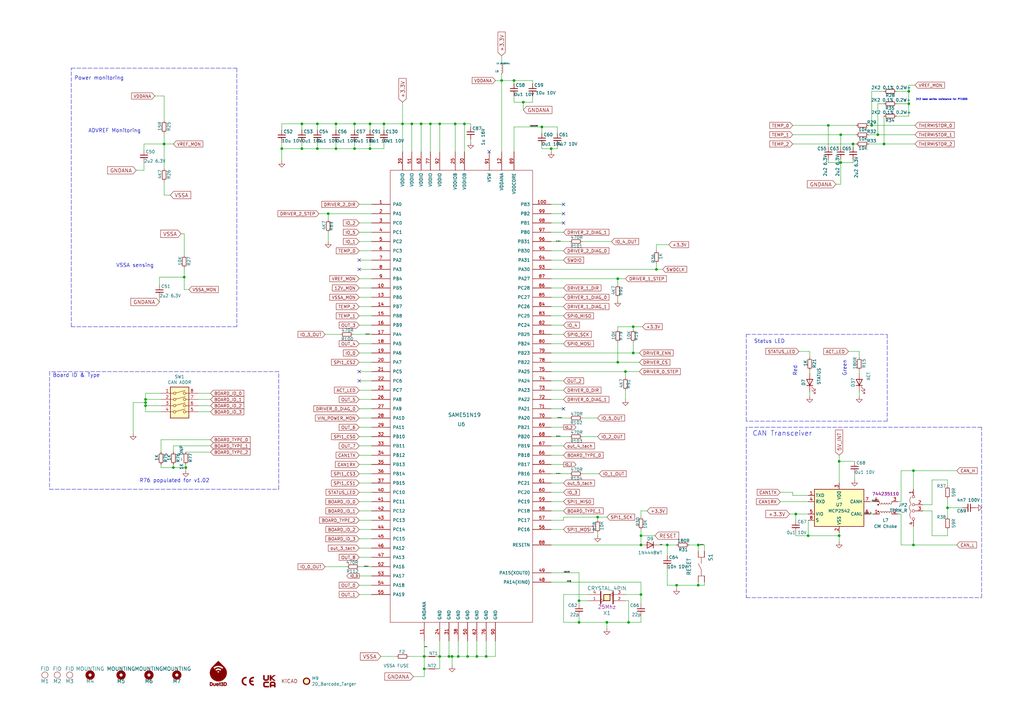
<source format=kicad_sch>
(kicad_sch (version 20211123) (generator eeschema)
  (paper "A3")
  (title_block (title "Duet 3 - Expansion 3HC") (date "2022-05-30") (rev "1.02") (company "Duet3D") (comment 1 "DUET 3 LICENSE") (comment 2 "www.duet3d.com"))
  (junction (at 199.39 269.24))
  (junction (at 151.765 50.8))
  (junction (at 123.825 50.8))
  (junction (at 137.795 50.8))
  (junction (at 176.53 50.8))
  (junction (at 210.82 33.02))
  (junction (at 151.765 60.96))
  (junction (at 214.63 41.91))
  (junction (at 360.045 55.245))
  (junction (at 253.365 148.59))
  (junction (at 59.69 163.83))
  (junction (at 344.805 55.245))
  (junction (at 180.34 50.8))
  (junction (at 184.15 269.24))
  (junction (at 137.795 60.96))
  (junction (at 362.585 59.055))
  (junction (at 269.24 110.49))
  (junction (at 339.725 51.435))
  (junction (at 186.69 50.8))
  (junction (at 187.96 269.24))
  (junction (at 253.365 114.3))
  (junction (at 168.91 50.8))
  (junction (at 76.2 191.77))
  (junction (at 248.92 255.27))
  (junction (at 388.62 208.28))
  (junction (at 145.415 60.96))
  (junction (at 185.42 269.24))
  (junction (at 222.25 52.07))
  (junction (at 226.06 60.96))
  (junction (at 273.685 223.52))
  (junction (at 71.12 191.77))
  (junction (at 344.17 189.23))
  (junction (at 372.745 37.465))
  (junction (at 67.31 59.055))
  (junction (at 344.17 219.71))
  (junction (at 374.65 223.52))
  (junction (at 262.89 223.52))
  (junction (at 286.385 223.52))
  (junction (at 172.72 50.8))
  (junction (at 259.715 133.985))
  (junction (at 130.175 60.96))
  (junction (at 190.5 50.8))
  (junction (at 75.565 113.665))
  (junction (at 191.77 269.24))
  (junction (at 237.49 255.27))
  (junction (at 344.805 66.675))
  (junction (at 205.74 33.02))
  (junction (at 245.11 212.09))
  (junction (at 372.745 42.545))
  (junction (at 130.175 50.8))
  (junction (at 257.81 255.27))
  (junction (at 237.49 246.38))
  (junction (at 326.39 210.82))
  (junction (at 59.69 166.37))
  (junction (at 173.99 269.24))
  (junction (at 59.69 165.1))
  (junction (at 262.89 243.84))
  (junction (at 357.505 51.435))
  (junction (at 374.65 193.04))
  (junction (at 145.415 50.8))
  (junction (at 180.34 269.24))
  (junction (at 195.58 269.24))
  (junction (at 173.99 274.32))
  (junction (at 331.47 219.71))
  (junction (at 262.89 219.71))
  (junction (at 277.495 240.03))
  (junction (at 165.1 50.8))
  (junction (at 349.885 59.055))
  (junction (at 157.48 50.8))
  (junction (at 123.825 60.96))
  (junction (at 286.385 240.03))
  (junction (at 256.54 152.4))
  (junction (at 134.62 87.63))
  (junction (at 115.57 60.96))
  (junction (at 259.715 144.78))
  (no_connect (at 231.14 87.63))
  (no_connect (at 147.32 106.68))
  (no_connect (at 147.32 110.49))
  (no_connect (at 231.14 91.44))
  (no_connect (at 231.14 83.82))
  (no_connect (at 231.14 167.64))
  (no_connect (at 200.66 62.23))
  (no_connect (at 147.32 156.21))
  (no_connect (at 147.32 152.4))
  (wire (pts (xy 195.58 269.24) (xy 199.39 269.24)))
  (wire (pts (xy 168.91 50.8) (xy 172.72 50.8)))
  (wire (pts (xy 86.36 161.29) (xy 81.28 161.29)))
  (wire (pts (xy 191.77 269.24) (xy 191.77 262.89)))
  (wire (pts (xy 147.32 232.41) (xy 152.4 232.41)))
  (wire (pts (xy 203.2 33.02) (xy 205.74 33.02)))
  (polyline (pts (xy 97.155 27.94) (xy 97.155 133.985)))
  (wire (pts (xy 152.4 160.02) (xy 147.32 160.02)))
  (wire (pts (xy 180.34 269.24) (xy 184.15 269.24)))
  (wire (pts (xy 147.32 83.82) (xy 152.4 83.82)))
  (wire (pts (xy 145.415 60.96) (xy 151.765 60.96)))
  (wire (pts (xy 168.91 62.23) (xy 168.91 50.8)))
  (wire (pts (xy 331.47 219.71) (xy 344.17 219.71)))
  (polyline (pts (xy 114.3 200.66) (xy 114.3 152.4)))
  (wire (pts (xy 226.06 62.23) (xy 226.06 60.96)))
  (wire (pts (xy 123.825 50.8) (xy 123.825 53.34)))
  (wire (pts (xy 59.69 163.83) (xy 59.69 165.1)))
  (wire (pts (xy 369.57 193.04) (xy 374.65 193.04)))
  (wire (pts (xy 147.32 236.22) (xy 152.4 236.22)))
  (wire (pts (xy 344.805 60.325) (xy 344.805 55.245)))
  (wire (pts (xy 59.69 168.91) (xy 59.69 166.37)))
  (wire (pts (xy 388.62 217.17) (xy 388.62 219.71)))
  (wire (pts (xy 67.31 39.37) (xy 67.31 49.53)))
  (wire (pts (xy 173.99 262.89) (xy 173.99 269.24)))
  (wire (pts (xy 145.415 50.8) (xy 137.795 50.8)))
  (wire (pts (xy 147.32 99.06) (xy 152.4 99.06)))
  (wire (pts (xy 66.04 161.29) (xy 59.69 161.29)))
  (wire (pts (xy 226.06 110.49) (xy 269.24 110.49)))
  (wire (pts (xy 356.235 55.245) (xy 360.045 55.245)))
  (wire (pts (xy 115.57 60.96) (xy 123.825 60.96)))
  (wire (pts (xy 133.35 137.16) (xy 139.7 137.16)))
  (wire (pts (xy 374.65 200.66) (xy 374.65 193.04)))
  (wire (pts (xy 356.235 51.435) (xy 357.505 51.435)))
  (wire (pts (xy 288.925 226.06) (xy 288.925 223.52)))
  (wire (pts (xy 145.415 60.96) (xy 145.415 58.42)))
  (wire (pts (xy 262.89 255.27) (xy 262.89 252.73)))
  (wire (pts (xy 269.24 107.95) (xy 269.24 110.49)))
  (wire (pts (xy 59.055 59.055) (xy 59.055 61.595)))
  (wire (pts (xy 226.06 179.07) (xy 233.68 179.07)))
  (wire (pts (xy 248.92 255.27) (xy 237.49 255.27)))
  (wire (pts (xy 369.57 223.52) (xy 374.65 223.52)))
  (wire (pts (xy 378.46 209.55) (xy 382.27 209.55)))
  (wire (pts (xy 349.885 60.325) (xy 349.885 59.055)))
  (wire (pts (xy 75.565 109.855) (xy 75.565 113.665)))
  (wire (pts (xy 342.9 75.565) (xy 344.805 75.565)))
  (wire (pts (xy 147.32 129.54) (xy 152.4 129.54)))
  (wire (pts (xy 238.76 179.07) (xy 245.11 179.07)))
  (wire (pts (xy 352.425 153.035) (xy 352.425 151.765)))
  (polyline (pts (xy 20.32 200.66) (xy 114.3 200.66)))
  (wire (pts (xy 273.685 223.52) (xy 273.685 227.965)))
  (wire (pts (xy 344.805 55.245) (xy 351.155 55.245)))
  (wire (pts (xy 186.69 50.8) (xy 186.69 62.23)))
  (wire (pts (xy 226.06 121.92) (xy 231.14 121.92)))
  (wire (pts (xy 256.54 152.4) (xy 262.255 152.4)))
  (wire (pts (xy 344.805 66.675) (xy 344.805 75.565)))
  (wire (pts (xy 86.36 166.37) (xy 81.28 166.37)))
  (wire (pts (xy 167.64 269.24) (xy 173.99 269.24)))
  (wire (pts (xy 147.32 163.83) (xy 152.4 163.83)))
  (wire (pts (xy 180.34 262.89) (xy 180.34 269.24)))
  (polyline (pts (xy 306.07 172.72) (xy 306.07 137.16)))
  (wire (pts (xy 327.66 144.145) (xy 332.105 144.145)))
  (polyline (pts (xy 29.21 27.94) (xy 97.155 27.94)))
  (wire (pts (xy 256.54 246.38) (xy 257.81 246.38)))
  (wire (pts (xy 382.27 207.01) (xy 382.27 196.85)))
  (wire (pts (xy 286.385 226.06) (xy 286.385 223.52)))
  (wire (pts (xy 222.25 60.96) (xy 222.25 59.69)))
  (wire (pts (xy 147.32 186.69) (xy 152.4 186.69)))
  (wire (pts (xy 231.14 212.09) (xy 245.11 212.09)))
  (wire (pts (xy 67.31 59.055) (xy 71.12 59.055)))
  (wire (pts (xy 123.825 60.96) (xy 123.825 58.42)))
  (wire (pts (xy 190.5 50.8) (xy 190.5 62.23)))
  (wire (pts (xy 151.765 50.8) (xy 157.48 50.8)))
  (wire (pts (xy 344.17 189.23) (xy 344.17 186.69)))
  (wire (pts (xy 226.06 194.31) (xy 233.68 194.31)))
  (wire (pts (xy 259.715 133.985) (xy 259.715 135.255)))
  (wire (pts (xy 180.34 274.32) (xy 180.34 269.24)))
  (wire (pts (xy 86.36 180.34) (xy 66.04 180.34)))
  (wire (pts (xy 367.665 37.465) (xy 372.745 37.465)))
  (wire (pts (xy 214.63 41.91) (xy 210.82 41.91)))
  (wire (pts (xy 147.32 102.87) (xy 152.4 102.87)))
  (wire (pts (xy 326.39 218.44) (xy 326.39 219.71)))
  (wire (pts (xy 66.04 168.91) (xy 59.69 168.91)))
  (wire (pts (xy 86.36 168.91) (xy 81.28 168.91)))
  (wire (pts (xy 237.49 234.95) (xy 226.06 234.95)))
  (wire (pts (xy 165.1 50.8) (xy 168.91 50.8)))
  (wire (pts (xy 67.31 54.61) (xy 67.31 59.055)))
  (wire (pts (xy 134.62 87.63) (xy 152.4 87.63)))
  (wire (pts (xy 130.81 87.63) (xy 134.62 87.63)))
  (wire (pts (xy 199.39 269.24) (xy 203.2 269.24)))
  (wire (pts (xy 374.65 215.9) (xy 374.65 223.52)))
  (wire (pts (xy 248.92 257.81) (xy 248.92 255.27)))
  (wire (pts (xy 368.3 210.82) (xy 369.57 210.82)))
  (wire (pts (xy 378.46 207.01) (xy 382.27 207.01)))
  (wire (pts (xy 210.82 33.02) (xy 210.82 34.29)))
  (wire (pts (xy 199.39 269.24) (xy 199.39 262.89)))
  (wire (pts (xy 71.12 191.77) (xy 71.12 190.5)))
  (wire (pts (xy 144.78 137.16) (xy 152.4 137.16)))
  (wire (pts (xy 325.12 59.055) (xy 349.885 59.055)))
  (wire (pts (xy 214.63 41.91) (xy 214.63 45.085)))
  (wire (pts (xy 344.805 66.675) (xy 344.805 65.405)))
  (wire (pts (xy 86.36 185.42) (xy 76.2 185.42)))
  (wire (pts (xy 388.62 208.28) (xy 388.62 212.09)))
  (wire (pts (xy 231.14 118.11) (xy 226.06 118.11)))
  (wire (pts (xy 59.055 66.675) (xy 59.055 69.85)))
  (wire (pts (xy 231.14 106.68) (xy 226.06 106.68)))
  (wire (pts (xy 226.06 60.96) (xy 228.6 60.96)))
  (wire (pts (xy 226.06 171.45) (xy 233.68 171.45)))
  (wire (pts (xy 210.82 41.91) (xy 210.82 39.37)))
  (wire (pts (xy 226.06 182.88) (xy 231.14 182.88)))
  (wire (pts (xy 286.385 240.03) (xy 286.385 238.76)))
  (wire (pts (xy 76.2 193.04) (xy 76.2 191.77)))
  (wire (pts (xy 152.4 156.21) (xy 147.32 156.21)))
  (wire (pts (xy 226.06 213.36) (xy 231.14 213.36)))
  (wire (pts (xy 256.54 154.94) (xy 256.54 152.4)))
  (wire (pts (xy 356.87 205.74) (xy 358.14 205.74)))
  (wire (pts (xy 75.565 113.665) (xy 65.405 113.665)))
  (wire (pts (xy 277.495 240.03) (xy 286.385 240.03)))
  (wire (pts (xy 187.96 262.89) (xy 187.96 269.24)))
  (wire (pts (xy 226.06 99.06) (xy 233.68 99.06)))
  (wire (pts (xy 147.32 228.6) (xy 152.4 228.6)))
  (wire (pts (xy 186.69 50.8) (xy 190.5 50.8)))
  (wire (pts (xy 344.17 222.25) (xy 344.17 219.71)))
  (wire (pts (xy 352.425 162.56) (xy 352.425 160.655)))
  (wire (pts (xy 147.32 179.07) (xy 152.4 179.07)))
  (wire (pts (xy 231.14 137.16) (xy 226.06 137.16)))
  (wire (pts (xy 253.365 140.335) (xy 253.365 148.59)))
  (wire (pts (xy 231.14 140.97) (xy 226.06 140.97)))
  (wire (pts (xy 362.585 59.055) (xy 375.285 59.055)))
  (wire (pts (xy 157.48 58.42) (xy 157.48 60.96)))
  (wire (pts (xy 231.14 205.74) (xy 226.06 205.74)))
  (wire (pts (xy 157.48 50.8) (xy 165.1 50.8)))
  (wire (pts (xy 185.42 269.24) (xy 185.42 273.05)))
  (wire (pts (xy 248.92 212.09) (xy 245.11 212.09)))
  (wire (pts (xy 210.82 52.07) (xy 222.25 52.07)))
  (wire (pts (xy 185.42 269.24) (xy 187.96 269.24)))
  (wire (pts (xy 55.88 69.85) (xy 59.055 69.85)))
  (wire (pts (xy 231.14 167.64) (xy 226.06 167.64)))
  (wire (pts (xy 147.32 118.11) (xy 152.4 118.11)))
  (wire (pts (xy 151.765 60.96) (xy 151.765 58.42)))
  (wire (pts (xy 374.65 193.04) (xy 392.43 193.04)))
  (wire (pts (xy 86.36 163.83) (xy 81.28 163.83)))
  (wire (pts (xy 372.745 47.625) (xy 372.745 42.545)))
  (wire (pts (xy 147.32 91.44) (xy 152.4 91.44)))
  (wire (pts (xy 226.06 163.83) (xy 231.14 163.83)))
  (wire (pts (xy 382.27 196.85) (xy 388.62 196.85)))
  (wire (pts (xy 253.365 148.59) (xy 262.255 148.59)))
  (wire (pts (xy 69.85 80.01) (xy 67.31 80.01)))
  (wire (pts (xy 352.425 144.145) (xy 352.425 146.685)))
  (wire (pts (xy 262.89 243.84) (xy 256.54 243.84)))
  (wire (pts (xy 176.53 50.8) (xy 180.34 50.8)))
  (wire (pts (xy 263.525 133.985) (xy 259.715 133.985)))
  (wire (pts (xy 326.39 210.82) (xy 323.85 210.82)))
  (wire (pts (xy 245.11 213.36) (xy 245.11 212.09)))
  (polyline (pts (xy 20.32 152.4) (xy 20.32 200.66)))
  (wire (pts (xy 152.4 217.17) (xy 147.32 217.17)))
  (wire (pts (xy 332.105 153.035) (xy 332.105 151.765)))
  (wire (pts (xy 115.57 60.96) (xy 115.57 66.04)))
  (wire (pts (xy 262.89 209.55) (xy 265.43 209.55)))
  (wire (pts (xy 147.32 121.92) (xy 152.4 121.92)))
  (wire (pts (xy 147.32 114.3) (xy 152.4 114.3)))
  (wire (pts (xy 369.57 210.82) (xy 369.57 223.52)))
  (wire (pts (xy 238.76 194.31) (xy 245.745 194.31)))
  (wire (pts (xy 237.49 255.27) (xy 237.49 252.73)))
  (wire (pts (xy 147.32 95.25) (xy 152.4 95.25)))
  (wire (pts (xy 67.31 59.055) (xy 67.31 69.215)))
  (wire (pts (xy 75.565 95.885) (xy 75.565 104.775)))
  (wire (pts (xy 180.34 50.8) (xy 180.34 62.23)))
  (wire (pts (xy 193.04 50.8) (xy 193.04 52.07)))
  (wire (pts (xy 362.585 37.465) (xy 357.505 37.465)))
  (wire (pts (xy 372.745 37.465) (xy 372.745 34.925)))
  (wire (pts (xy 326.39 219.71) (xy 331.47 219.71)))
  (wire (pts (xy 351.155 51.435) (xy 339.725 51.435)))
  (wire (pts (xy 176.53 62.23) (xy 176.53 50.8)))
  (wire (pts (xy 344.805 66.675) (xy 339.725 66.675)))
  (wire (pts (xy 320.04 205.74) (xy 331.47 205.74)))
  (wire (pts (xy 74.295 95.885) (xy 75.565 95.885)))
  (wire (pts (xy 214.63 41.91) (xy 218.44 41.91)))
  (wire (pts (xy 262.89 219.71) (xy 268.605 219.71)))
  (wire (pts (xy 350.52 196.85) (xy 350.52 194.31)))
  (wire (pts (xy 75.565 118.745) (xy 77.47 118.745)))
  (wire (pts (xy 59.055 59.055) (xy 67.31 59.055)))
  (wire (pts (xy 76.2 191.77) (xy 71.12 191.77)))
  (wire (pts (xy 231.14 243.84) (xy 231.14 255.27)))
  (wire (pts (xy 226.06 125.73) (xy 231.14 125.73)))
  (wire (pts (xy 273.685 223.52) (xy 270.51 223.52)))
  (wire (pts (xy 147.32 243.84) (xy 152.4 243.84)))
  (wire (pts (xy 237.49 246.38) (xy 241.3 246.38)))
  (wire (pts (xy 325.12 51.435) (xy 339.725 51.435)))
  (wire (pts (xy 362.585 47.625) (xy 362.585 59.055)))
  (wire (pts (xy 176.53 50.8) (xy 172.72 50.8)))
  (wire (pts (xy 262.89 247.65) (xy 262.89 243.84)))
  (wire (pts (xy 238.76 99.06) (xy 250.825 99.06)))
  (wire (pts (xy 253.365 114.3) (xy 256.54 114.3)))
  (wire (pts (xy 382.27 219.71) (xy 388.62 219.71)))
  (wire (pts (xy 152.4 198.12) (xy 147.32 198.12)))
  (wire (pts (xy 157.48 53.34) (xy 157.48 50.8)))
  (wire (pts (xy 65.405 113.665) (xy 65.405 116.84)))
  (wire (pts (xy 262.89 219.71) (xy 262.89 223.52)))
  (wire (pts (xy 237.49 246.38) (xy 237.49 234.95)))
  (wire (pts (xy 368.3 205.74) (xy 369.57 205.74)))
  (wire (pts (xy 147.32 190.5) (xy 152.4 190.5)))
  (wire (pts (xy 259.715 144.78) (xy 262.255 144.78)))
  (wire (pts (xy 344.805 66.675) (xy 349.885 66.675)))
  (wire (pts (xy 66.04 191.77) (xy 66.04 190.5)))
  (wire (pts (xy 54.61 165.1) (xy 59.69 165.1)))
  (wire (pts (xy 231.14 156.21) (xy 226.06 156.21)))
  (wire (pts (xy 184.15 269.24) (xy 185.42 269.24)))
  (wire (pts (xy 147.32 148.59) (xy 152.4 148.59)))
  (polyline (pts (xy 306.07 137.16) (xy 363.855 137.16)))
  (wire (pts (xy 191.77 269.24) (xy 195.58 269.24)))
  (wire (pts (xy 165.1 41.91) (xy 165.1 50.8)))
  (wire (pts (xy 226.06 60.96) (xy 222.25 60.96)))
  (wire (pts (xy 226.06 238.76) (xy 262.89 238.76)))
  (wire (pts (xy 66.04 166.37) (xy 59.69 166.37)))
  (wire (pts (xy 277.495 241.3) (xy 277.495 240.03)))
  (wire (pts (xy 332.105 162.56) (xy 332.105 160.655)))
  (wire (pts (xy 130.175 50.8) (xy 130.175 53.34)))
  (wire (pts (xy 152.4 209.55) (xy 147.32 209.55)))
  (wire (pts (xy 115.57 50.8) (xy 115.57 53.34)))
  (wire (pts (xy 231.14 95.25) (xy 226.06 95.25)))
  (wire (pts (xy 66.04 163.83) (xy 59.69 163.83)))
  (wire (pts (xy 362.585 42.545) (xy 360.045 42.545)))
  (wire (pts (xy 253.365 133.985) (xy 253.365 135.255)))
  (wire (pts (xy 172.72 62.23) (xy 172.72 50.8)))
  (polyline (pts (xy 402.59 175.26) (xy 306.07 175.26)))
  (wire (pts (xy 349.885 59.055) (xy 351.155 59.055)))
  (polyline (pts (xy 363.855 172.72) (xy 306.07 172.72)))
  (wire (pts (xy 67.31 39.37) (xy 63.5 39.37)))
  (wire (pts (xy 152.4 213.36) (xy 147.32 213.36)))
  (wire (pts (xy 262.89 238.76) (xy 262.89 243.84)))
  (wire (pts (xy 237.49 247.65) (xy 237.49 246.38)))
  (wire (pts (xy 226.06 114.3) (xy 253.365 114.3)))
  (wire (pts (xy 147.32 171.45) (xy 152.4 171.45)))
  (wire (pts (xy 152.4 201.93) (xy 147.32 201.93)))
  (wire (pts (xy 286.385 240.03) (xy 288.925 240.03)))
  (wire (pts (xy 180.34 50.8) (xy 186.69 50.8)))
  (wire (pts (xy 152.4 140.97) (xy 147.32 140.97)))
  (wire (pts (xy 369.57 205.74) (xy 369.57 193.04)))
  (wire (pts (xy 165.1 62.23) (xy 165.1 50.8)))
  (wire (pts (xy 123.825 50.8) (xy 115.57 50.8)))
  (wire (pts (xy 226.06 223.52) (xy 262.89 223.52)))
  (wire (pts (xy 262.89 209.55) (xy 262.89 212.09)))
  (wire (pts (xy 238.76 171.45) (xy 245.11 171.45)))
  (wire (pts (xy 367.665 47.625) (xy 372.745 47.625)))
  (wire (pts (xy 382.27 209.55) (xy 382.27 219.71)))
  (wire (pts (xy 137.795 60.96) (xy 137.795 58.42)))
  (wire (pts (xy 357.505 51.435) (xy 375.285 51.435)))
  (wire (pts (xy 226.06 87.63) (xy 231.14 87.63)))
  (wire (pts (xy 226.06 160.02) (xy 231.14 160.02)))
  (wire (pts (xy 253.365 121.92) (xy 253.365 123.19)))
  (wire (pts (xy 356.87 210.82) (xy 358.14 210.82)))
  (wire (pts (xy 173.99 277.495) (xy 169.545 277.495)))
  (wire (pts (xy 257.81 255.27) (xy 262.89 255.27)))
  (wire (pts (xy 145.415 50.8) (xy 145.415 53.34)))
  (wire (pts (xy 184.15 262.89) (xy 184.15 269.24)))
  (wire (pts (xy 259.715 133.985) (xy 253.365 133.985)))
  (wire (pts (xy 231.14 209.55) (xy 226.06 209.55)))
  (wire (pts (xy 71.12 191.77) (xy 66.04 191.77)))
  (wire (pts (xy 231.14 175.26) (xy 226.06 175.26)))
  (wire (pts (xy 152.4 205.74) (xy 147.32 205.74)))
  (wire (pts (xy 360.045 42.545) (xy 360.045 55.245)))
  (wire (pts (xy 147.32 106.68) (xy 152.4 106.68)))
  (wire (pts (xy 147.32 224.79) (xy 152.4 224.79)))
  (wire (pts (xy 248.92 255.27) (xy 257.81 255.27)))
  (wire (pts (xy 357.505 37.465) (xy 357.505 51.435)))
  (wire (pts (xy 273.685 240.03) (xy 273.685 233.045)))
  (polyline (pts (xy 402.59 245.11) (xy 402.59 175.26)))
  (wire (pts (xy 203.2 269.24) (xy 203.2 262.89)))
  (wire (pts (xy 134.62 90.17) (xy 134.62 87.63)))
  (wire (pts (xy 231.14 83.82) (xy 226.06 83.82)))
  (wire (pts (xy 241.3 243.84) (xy 231.14 243.84)))
  (wire (pts (xy 66.04 180.34) (xy 66.04 185.42)))
  (polyline (pts (xy 97.155 133.985) (xy 29.21 133.985)))
  (wire (pts (xy 269.24 100.33) (xy 269.24 102.87)))
  (wire (pts (xy 331.47 203.2) (xy 325.12 203.2)))
  (wire (pts (xy 372.745 42.545) (xy 372.745 37.465)))
  (wire (pts (xy 179.705 274.32) (xy 180.34 274.32)))
  (wire (pts (xy 288.925 240.03) (xy 288.925 238.76)))
  (wire (pts (xy 228.6 54.61) (xy 228.6 52.07)))
  (polyline (pts (xy 29.21 133.985) (xy 29.21 27.94)))
  (wire (pts (xy 210.82 62.23) (xy 210.82 52.07)))
  (wire (pts (xy 173.99 274.32) (xy 173.99 277.495)))
  (wire (pts (xy 59.69 166.37) (xy 59.69 165.1)))
  (wire (pts (xy 360.045 55.245) (xy 375.285 55.245)))
  (wire (pts (xy 157.48 60.96) (xy 151.765 60.96)))
  (wire (pts (xy 231.14 255.27) (xy 237.49 255.27)))
  (wire (pts (xy 195.58 269.24) (xy 195.58 262.89)))
  (wire (pts (xy 325.12 55.245) (xy 344.805 55.245)))
  (wire (pts (xy 147.32 194.31) (xy 152.4 194.31)))
  (wire (pts (xy 339.725 66.675) (xy 339.725 65.405)))
  (wire (pts (xy 205.74 25.4) (xy 205.74 22.86)))
  (wire (pts (xy 130.175 60.96) (xy 130.175 58.42)))
  (wire (pts (xy 226.06 144.78) (xy 259.715 144.78)))
  (wire (pts (xy 222.25 52.07) (xy 222.25 54.61)))
  (wire (pts (xy 152.4 133.35) (xy 147.32 133.35)))
  (polyline (pts (xy 114.3 152.4) (xy 20.32 152.4)))
  (wire (pts (xy 347.98 144.145) (xy 352.425 144.145)))
  (wire (pts (xy 133.35 232.41) (xy 142.24 232.41)))
  (wire (pts (xy 156.21 269.24) (xy 162.56 269.24)))
  (wire (pts (xy 130.175 50.8) (xy 123.825 50.8)))
  (wire (pts (xy 130.175 60.96) (xy 137.795 60.96)))
  (wire (pts (xy 152.4 152.4) (xy 147.32 152.4)))
  (wire (pts (xy 67.31 74.295) (xy 67.31 80.01)))
  (wire (pts (xy 152.4 182.88) (xy 147.32 182.88)))
  (wire (pts (xy 331.47 210.82) (xy 326.39 210.82)))
  (wire (pts (xy 147.32 125.73) (xy 152.4 125.73)))
  (polyline (pts (xy 363.855 137.16) (xy 363.855 172.72)))
  (wire (pts (xy 137.795 60.96) (xy 145.415 60.96)))
  (wire (pts (xy 193.04 58.42) (xy 193.04 57.15)))
  (wire (pts (xy 388.62 196.85) (xy 388.62 199.39)))
  (wire (pts (xy 231.14 186.69) (xy 226.06 186.69)))
  (wire (pts (xy 259.715 140.335) (xy 259.715 144.78)))
  (wire (pts (xy 253.365 116.84) (xy 253.365 114.3)))
  (wire (pts (xy 231.14 217.17) (xy 226.06 217.17)))
  (wire (pts (xy 115.57 58.42) (xy 115.57 60.96)))
  (wire (pts (xy 228.6 60.96) (xy 228.6 59.69)))
  (wire (pts (xy 147.32 167.64) (xy 152.4 167.64)))
  (wire (pts (xy 388.62 208.28) (xy 394.97 208.28)))
  (wire (pts (xy 71.12 182.88) (xy 71.12 185.42)))
  (wire (pts (xy 262.89 217.17) (xy 262.89 219.71)))
  (wire (pts (xy 228.6 52.07) (xy 222.25 52.07)))
  (wire (pts (xy 86.36 182.88) (xy 71.12 182.88)))
  (wire (pts (xy 257.81 246.38) (xy 257.81 255.27)))
  (polyline (pts (xy 306.07 245.11) (xy 402.59 245.11)))
  (wire (pts (xy 269.24 110.49) (xy 271.78 110.49)))
  (wire (pts (xy 174.625 274.32) (xy 173.99 274.32)))
  (wire (pts (xy 231.14 91.44) (xy 226.06 91.44)))
  (wire (pts (xy 75.565 113.665) (xy 75.565 118.745)))
  (wire (pts (xy 388.62 204.47) (xy 388.62 208.28)))
  (wire (pts (xy 226.06 198.12) (xy 231.14 198.12)))
  (wire (pts (xy 151.765 53.34) (xy 151.765 50.8)))
  (wire (pts (xy 367.665 42.545) (xy 372.745 42.545)))
  (wire (pts (xy 218.44 34.29) (xy 218.44 33.02)))
  (wire (pts (xy 137.795 50.8) (xy 137.795 53.34)))
  (wire (pts (xy 147.32 144.78) (xy 152.4 144.78)))
  (wire (pts (xy 331.47 213.36) (xy 331.47 219.71)))
  (wire (pts (xy 231.14 190.5) (xy 226.06 190.5)))
  (wire (pts (xy 174.625 269.24) (xy 173.99 269.24)))
  (wire (pts (xy 59.69 161.29) (xy 59.69 163.83)))
  (wire (pts (xy 187.96 269.24) (xy 191.77 269.24)))
  (wire (pts (xy 76.2 191.77) (xy 76.2 190.5)))
  (wire (pts (xy 145.415 50.8) (xy 151.765 50.8)))
  (wire (pts (xy 372.745 34.925) (xy 375.285 34.925)))
  (wire (pts (xy 205.74 33.02) (xy 205.74 62.23)))
  (wire (pts (xy 152.4 175.26) (xy 147.32 175.26)))
  (wire (pts (xy 256.54 160.02) (xy 256.54 163.83)))
  (wire (pts (xy 344.17 198.12) (xy 344.17 189.23)))
  (wire (pts (xy 282.575 223.52) (xy 286.385 223.52)))
  (wire (pts (xy 180.34 269.24) (xy 179.705 269.24)))
  (wire (pts (xy 147.32 110.49) (xy 152.4 110.49)))
  (wire (pts (xy 273.685 223.52) (xy 277.495 223.52)))
  (wire (pts (xy 274.32 100.33) (xy 269.24 100.33)))
  (wire (pts (xy 344.17 219.71) (xy 344.17 218.44)))
  (wire (pts (xy 226.06 152.4) (xy 256.54 152.4)))
  (wire (pts (xy 137.795 50.8) (xy 130.175 50.8)))
  (wire (pts (xy 147.32 240.03) (xy 152.4 240.03)))
  (wire (pts (xy 190.5 50.8) (xy 193.04 50.8)))
  (wire (pts (xy 210.82 33.02) (xy 205.74 33.02)))
  (wire (pts (xy 123.825 60.96) (xy 130.175 60.96)))
  (wire (pts (xy 325.12 203.2) (xy 325.12 201.93)))
  (wire (pts (xy 349.885 66.675) (xy 349.885 65.405)))
  (wire (pts (xy 226.06 148.59) (xy 253.365 148.59)))
  (wire (pts (xy 374.65 223.52) (xy 392.43 223.52)))
  (polyline (pts (xy 306.07 175.26) (xy 306.07 245.11)))
  (wire (pts (xy 54.61 165.1) (xy 54.61 177.8)))
  (wire (pts (xy 152.4 220.98) (xy 147.32 220.98)))
  (wire (pts (xy 231.14 102.87) (xy 226.06 102.87)))
  (wire (pts (xy 245.11 218.44) (xy 245.11 219.71)))
  (wire (pts (xy 231.14 201.93) (xy 226.06 201.93)))
  (wire (pts (xy 65.405 123.825) (xy 65.405 121.92)))
  (wire (pts (xy 350.52 189.23) (xy 344.17 189.23)))
  (wire (pts (xy 226.06 133.35) (xy 231.14 133.35)))
  (wire (pts (xy 231.14 129.54) (xy 226.06 129.54)))
  (wire (pts (xy 218.44 33.02) (xy 210.82 33.02)))
  (wire (pts (xy 356.235 59.055) (xy 362.585 59.055)))
  (wire (pts (xy 288.925 223.52) (xy 286.385 223.52)))
  (wire (pts (xy 173.99 274.32) (xy 173.99 269.24)))
  (wire (pts (xy 205.74 33.02) (xy 205.74 30.48)))
  (wire (pts (xy 326.39 213.36) (xy 326.39 210.82)))
  (wire (pts (xy 134.62 95.25) (xy 134.62 99.06)))
  (wire (pts (xy 332.105 144.145) (xy 332.105 146.685)))
  (wire (pts (xy 325.12 201.93) (xy 320.04 201.93)))
  (wire (pts (xy 277.495 240.03) (xy 273.685 240.03)))
  (wire (pts (xy 339.725 60.325) (xy 339.725 51.435)))
  (wire (pts (xy 218.44 41.91) (xy 218.44 39.37)))
  (wire (pts (xy 231.14 213.36) (xy 231.14 212.09)))
  (text "2K2 best series resistance for PT1000" (at 396.875 41.275 180) (effects (font (size 0.7112 0.7112)) (justify right bottom)))
  (text "Status LED" (at 309.245 140.97 0) (effects (font (size 1.524 1.524)) (justify left bottom)))
  (text "R76 populated for v1.02" (at 57.15 198.12 0) (effects (font (size 1.524 1.524)) (justify left bottom)))
  (text "Power monitoring\n" (at 30.48 33.02 0) (effects (font (size 1.524 1.524)) (justify left bottom)))
  (text "Board ID & Type" (at 21.59 154.94 0) (effects (font (size 1.524 1.524)) (justify left bottom)))
  (text "CAN Transceiver" (at 308.61 179.07 0) (effects (font (size 2.0066 2.0066)) (justify left bottom)))
  (text "Red" (at 327.025 154.305 90) (effects (font (size 1.524 1.524)) (justify left bottom)))
  (text "Green" (at 347.345 154.305 90) (effects (font (size 1.524 1.524)) (justify left bottom)))
  (text "VSSA sensing\n" (at 47.625 109.855 0) (effects (font (size 1.524 1.524)) (justify left bottom)))
  (text "ADVREF Monitoring" (at 36.195 54.61 0) (effects (font (size 1.524 1.524)) (justify left bottom)))
  (label "XOUT0" (at 231.14 234.95 0) (effects (font (size 0.508 0.508))))
  (label "VDDCORE" (at 217.17 52.07 0) (effects (font (size 0.508 0.508))))
  (label "XIN0" (at 232.41 238.76 0) (effects (font (size 0.508 0.508))))
  (label "IO_1_OUT_R" (at 227.965 194.31 0) (effects (font (size 0.2032 0.2032))))
  (label "IO_4_OUT_R" (at 227.965 99.06 0) (effects (font (size 0.2032 0.2032))))
  (label "CANH_C" (at 357.505 205.74 0) (effects (font (size 0.508 0.508))))
  (label "IO_2_OUT_R" (at 227.965 179.07 0) (effects (font (size 0.2032 0.2032))))
  (label "_RESET" (at 270.51 223.52 0) (effects (font (size 0.2032 0.2032))))
  (label "IO_3_OUT_R" (at 149.86 137.16 0) (effects (font (size 0.2032 0.2032))))
  (label "CANL_C" (at 357.505 210.82 180) (effects (font (size 0.508 0.508))))
  (label "IO_5_OUT_R" (at 228.6 171.45 0) (effects (font (size 0.2032 0.2032))))
  (label "RESET_SW" (at 287.02 223.52 0) (effects (font (size 0.2032 0.2032))))
  (label "IO_0_OUT_R" (at 151.13 232.41 180) (effects (font (size 0.2032 0.2032))))
  (label "GNDANA" (at 173.99 265.43 0) (effects (font (size 0.2032 0.2032))))
  (global_label "CAN1TX" (shape input) (at 320.04 201.93 180) (property "Intersheet References" "${INTERSHEET_REFS}" (effects hide)))
  (global_label "SPI1_MOSI" (shape input) (at 231.14 217.17 0) (property "Intersheet References" "${INTERSHEET_REFS}" (effects hide)))
  (global_label "THERMISTOR_0" (shape input) (at 375.285 51.435 0) (property "Intersheet References" "${INTERSHEET_REFS}" (effects hide)))
  (global_label "CAN1RX" (shape input) (at 320.04 205.74 180) (property "Intersheet References" "${INTERSHEET_REFS}" (effects hide)))
  (global_label "GNDANA" (shape input) (at 342.9 75.565 180) (effects (font (size 1.524 1.524))) (property "Intersheet References" "${INTERSHEET_REFS}" (effects hide)))
  (global_label "BOARD_TYPE_2" (shape input) (at 86.36 185.42 0) (property "Intersheet References" "${INTERSHEET_REFS}" (effects hide)))
  (global_label "DRIVER_0_DIAG_1" (shape input) (at 231.14 163.83 0) (property "Intersheet References" "${INTERSHEET_REFS}" (effects hide)))
  (global_label "BOARD_ID_1" (shape input) (at 86.36 163.83 0) (property "Intersheet References" "${INTERSHEET_REFS}" (effects hide)))
  (global_label "out_4_tach" (shape input) (at 231.14 182.88 0) (property "Intersheet References" "${INTERSHEET_REFS}" (effects hide)))
  (global_label "DRIVER_1_DIAG_1" (shape input) (at 231.14 125.73 0) (property "Intersheet References" "${INTERSHEET_REFS}" (effects hide)))
  (global_label "IO_3_OUT" (shape input) (at 133.35 137.16 180) (property "Intersheet References" "${INTERSHEET_REFS}" (effects hide)))
  (global_label "BOARD_ID_3" (shape input) (at 86.36 168.91 0) (property "Intersheet References" "${INTERSHEET_REFS}" (effects hide)))
  (global_label "OUT_6" (shape input) (at 147.32 175.26 180) (property "Intersheet References" "${INTERSHEET_REFS}" (effects hide)))
  (global_label "DRIVER_2_DIAG_1" (shape input) (at 231.14 95.25 0) (property "Intersheet References" "${INTERSHEET_REFS}" (effects hide)))
  (global_label "IO_1_OUT" (shape input) (at 245.745 194.31 0) (property "Intersheet References" "${INTERSHEET_REFS}" (effects hide)))
  (global_label "5V_INT" (shape input) (at 344.17 186.69 90) (effects (font (size 1.524 1.524))) (property "Intersheet References" "${INTERSHEET_REFS}" (effects hide)))
  (global_label "OUT_0" (shape input) (at 147.32 240.03 180) (property "Intersheet References" "${INTERSHEET_REFS}" (effects hide)))
  (global_label "IO_2" (shape output) (at 231.14 175.26 0) (effects (font (size 0.9906 0.9906))) (property "Intersheet References" "${INTERSHEET_REFS}" (effects hide)))
  (global_label "SPI1_CS3" (shape input) (at 147.32 194.31 180) (property "Intersheet References" "${INTERSHEET_REFS}" (effects hide)))
  (global_label "SPI0_MISO" (shape input) (at 231.14 129.54 0) (property "Intersheet References" "${INTERSHEET_REFS}" (effects hide)))
  (global_label "IO_3" (shape input) (at 231.14 201.93 0) (property "Intersheet References" "${INTERSHEET_REFS}" (effects hide)))
  (global_label "OUT_8" (shape input) (at 147.32 228.6 180) (property "Intersheet References" "${INTERSHEET_REFS}" (effects hide)))
  (global_label "OUT_2" (shape input) (at 231.14 156.21 0) (property "Intersheet References" "${INTERSHEET_REFS}" (effects hide)))
  (global_label "VIN_POWER_MON" (shape input) (at 147.32 171.45 180) (property "Intersheet References" "${INTERSHEET_REFS}" (effects hide)))
  (global_label "BOARD_TYPE_0" (shape input) (at 86.36 180.34 0) (property "Intersheet References" "${INTERSHEET_REFS}" (effects hide)))
  (global_label "DRIVER_2_DIR" (shape input) (at 147.32 83.82 180) (property "Intersheet References" "${INTERSHEET_REFS}" (effects hide)))
  (global_label "IO_1" (shape output) (at 231.14 190.5 0) (effects (font (size 0.9906 0.9906))) (property "Intersheet References" "${INTERSHEET_REFS}" (effects hide)))
  (global_label "SPI1_CS0" (shape input) (at 147.32 179.07 180) (property "Intersheet References" "${INTERSHEET_REFS}" (effects hide)))
  (global_label "IO_0" (shape output) (at 147.32 236.22 180) (effects (font (size 0.9906 0.9906))) (property "Intersheet References" "${INTERSHEET_REFS}" (effects hide)))
  (global_label "VDDANA" (shape input) (at 63.5 39.37 180) (property "Intersheet References" "${INTERSHEET_REFS}" (effects hide)))
  (global_label "BOARD_TYPE_1" (shape input) (at 86.36 182.88 0) (property "Intersheet References" "${INTERSHEET_REFS}" (effects hide)))
  (global_label "DRIVER_0_DIR" (shape input) (at 231.14 160.02 0) (property "Intersheet References" "${INTERSHEET_REFS}" (effects hide)))
  (global_label "TEMP_2" (shape input) (at 147.32 125.73 180) (property "Intersheet References" "${INTERSHEET_REFS}" (effects hide)))
  (global_label "THERMISTOR_2" (shape input) (at 375.285 59.055 0) (property "Intersheet References" "${INTERSHEET_REFS}" (effects hide)))
  (global_label "VREF_MON" (shape input) (at 375.285 34.925 0) (property "Intersheet References" "${INTERSHEET_REFS}" (effects hide)))
  (global_label "12V_MON" (shape input) (at 147.32 118.11 180) (property "Intersheet References" "${INTERSHEET_REFS}" (effects hide)))
  (global_label "OUT_4" (shape input) (at 147.32 140.97 180) (property "Intersheet References" "${INTERSHEET_REFS}" (effects hide)))
  (global_label "STATUS_LED" (shape input) (at 147.32 201.93 180) (property "Intersheet References" "${INTERSHEET_REFS}" (effects hide)))
  (global_label "IO_0_OUT" (shape input) (at 133.35 232.41 180) (property "Intersheet References" "${INTERSHEET_REFS}" (effects hide)))
  (global_label "SPI1_MISO" (shape input) (at 231.14 205.74 0) (property "Intersheet References" "${INTERSHEET_REFS}" (effects hide)))
  (global_label "SWDIO" (shape input) (at 231.14 106.68 0) (property "Intersheet References" "${INTERSHEET_REFS}" (effects hide)))
  (global_label "TEMP_2" (shape input) (at 325.12 59.055 180) (property "Intersheet References" "${INTERSHEET_REFS}" (effects hide)))
  (global_label "BOARD_ID_1" (shape input) (at 147.32 209.55 180) (property "Intersheet References" "${INTERSHEET_REFS}" (effects hide)))
  (global_label "TEMP_0" (shape input) (at 147.32 102.87 180) (property "Intersheet References" "${INTERSHEET_REFS}" (effects hide)))
  (global_label "IO_5_OUT" (shape input) (at 245.11 171.45 0) (property "Intersheet References" "${INTERSHEET_REFS}" (effects hide)))
  (global_label "+3.3V" (shape input) (at 263.525 133.985 0) (property "Intersheet References" "${INTERSHEET_REFS}" (effects hide)))
  (global_label "SWDCLK" (shape input) (at 271.78 110.49 0) (property "Intersheet References" "${INTERSHEET_REFS}" (effects hide)))
  (global_label "BOARD_TYPE_0" (shape input) (at 231.14 186.69 0) (property "Intersheet References" "${INTERSHEET_REFS}" (effects hide)))
  (global_label "GNDANA" (shape input) (at 214.63 45.085 0) (effects (font (size 1.524 1.524))) (property "Intersheet References" "${INTERSHEET_REFS}" (effects hide)))
  (global_label "DRIVER_2_DIAG_0" (shape input) (at 231.14 102.87 0) (property "Intersheet References" "${INTERSHEET_REFS}" (effects hide)))
  (global_label "OUT_5" (shape input) (at 147.32 163.83 180) (property "Intersheet References" "${INTERSHEET_REFS}" (effects hide)))
  (global_label "SPI1_CS2" (shape input) (at 147.32 148.59 180) (property "Intersheet References" "${INTERSHEET_REFS}" (effects hide)))
  (global_label "BOARD_ID_2" (shape input) (at 86.36 166.37 0) (property "Intersheet References" "${INTERSHEET_REFS}" (effects hide)))
  (global_label "DRIVER_1_STEP" (shape input) (at 256.54 114.3 0) (property "Intersheet References" "${INTERSHEET_REFS}" (effects hide)))
  (global_label "THERMISTOR_1" (shape input) (at 375.285 55.245 0) (property "Intersheet References" "${INTERSHEET_REFS}" (effects hide)))
  (global_label "IO_4" (shape input) (at 231.14 133.35 0) (property "Intersheet References" "${INTERSHEET_REFS}" (effects hide)))
  (global_label "IO_5" (shape input) (at 147.32 95.25 180) (property "Intersheet References" "${INTERSHEET_REFS}" (effects hide)))
  (global_label "IO_2" (shape input) (at 147.32 91.44 180) (property "Intersheet References" "${INTERSHEET_REFS}" (effects hide)))
  (global_label "BOARD_TYPE_2" (shape input) (at 147.32 213.36 180) (property "Intersheet References" "${INTERSHEET_REFS}" (effects hide)))
  (global_label "VDDANA" (shape input) (at 203.2 33.02 180) (property "Intersheet References" "${INTERSHEET_REFS}" (effects hide)))
  (global_label "RESET" (shape input) (at 268.605 219.71 0) (effects (font (size 1.524 1.524))) (property "Intersheet References" "${INTERSHEET_REFS}" (effects hide)))
  (global_label "+3.3V" (shape input) (at 265.43 209.55 0) (property "Intersheet References" "${INTERSHEET_REFS}" (effects hide)))
  (global_label "TEMP_1" (shape input) (at 147.32 129.54 180) (property "Intersheet References" "${INTERSHEET_REFS}" (effects hide)))
  (global_label "VREF_MON" (shape input) (at 71.12 59.055 0) (property "Intersheet References" "${INTERSHEET_REFS}" (effects hide)))
  (global_label "CAN1RX" (shape input) (at 147.32 190.5 180) (property "Intersheet References" "${INTERSHEET_REFS}" (effects hide)))
  (global_label "DRIVER_0_STEP" (shape input) (at 262.255 152.4 0) (property "Intersheet References" "${INTERSHEET_REFS}" (effects hide)))
  (global_label "+3.3V" (shape input) (at 323.85 210.82 180) (effects (font (size 1.524 1.524))) (property "Intersheet References" "${INTERSHEET_REFS}" (effects hide)))
  (global_label "CAN_L" (shape input) (at 392.43 223.52 0) (property "Intersheet References" "${INTERSHEET_REFS}" (effects hide)))
  (global_label "DRIVER_1_DIR" (shape input) (at 231.14 118.11 0) (property "Intersheet References" "${INTERSHEET_REFS}" (effects hide)))
  (global_label "out_3_tach" (shape input) (at 147.32 224.79 180) (property "Intersheet References" "${INTERSHEET_REFS}" (effects hide)))
  (global_label "DRIVER_ENN" (shape input) (at 262.255 144.78 0) (property "Intersheet References" "${INTERSHEET_REFS}" (effects hide)))
  (global_label "BOARD_TYPE_1" (shape input) (at 231.14 209.55 0) (property "Intersheet References" "${INTERSHEET_REFS}" (effects hide)))
  (global_label "OUT_1" (shape input) (at 147.32 243.84 180) (property "Intersheet References" "${INTERSHEET_REFS}" (effects hide)))
  (global_label "SPI0_MOSI" (shape input) (at 231.14 140.97 0) (property "Intersheet References" "${INTERSHEET_REFS}" (effects hide)))
  (global_label "DRIVER_CS" (shape input) (at 262.255 148.59 0) (property "Intersheet References" "${INTERSHEET_REFS}" (effects hide)))
  (global_label "VSSA" (shape input) (at 69.85 80.01 0) (effects (font (size 1.524 1.524))) (property "Intersheet References" "${INTERSHEET_REFS}" (effects hide)))
  (global_label "GNDANA" (shape input) (at 55.88 69.85 180) (effects (font (size 1.524 1.524))) (property "Intersheet References" "${INTERSHEET_REFS}" (effects hide)))
  (global_label "VSSA_MON" (shape input) (at 147.32 121.92 180) (property "Intersheet References" "${INTERSHEET_REFS}" (effects hide)))
  (global_label "ACT_LED" (shape input) (at 147.32 160.02 180) (property "Intersheet References" "${INTERSHEET_REFS}" (effects hide)))
  (global_label "GNDANA" (shape input) (at 65.405 123.825 180) (effects (font (size 1.524 1.524))) (property "Intersheet References" "${INTERSHEET_REFS}" (effects hide)))
  (global_label "IO_1" (shape input) (at 147.32 99.06 180) (property "Intersheet References" "${INTERSHEET_REFS}" (effects hide)))
  (global_label "IO_2_OUT" (shape input) (at 245.11 179.07 0) (property "Intersheet References" "${INTERSHEET_REFS}" (effects hide)))
  (global_label "VSSA" (shape input) (at 156.21 269.24 180) (effects (font (size 1.524 1.524))) (property "Intersheet References" "${INTERSHEET_REFS}" (effects hide)))
  (global_label "STATUS_LED" (shape input) (at 327.66 144.145 180) (property "Intersheet References" "${INTERSHEET_REFS}" (effects hide)))
  (global_label "GNDANA" (shape input) (at 169.545 277.495 180) (effects (font (size 1.524 1.524))) (property "Intersheet References" "${INTERSHEET_REFS}" (effects hide)))
  (global_label "VSSA_MON" (shape input) (at 77.47 118.745 0) (property "Intersheet References" "${INTERSHEET_REFS}" (effects hide)))
  (global_label "TEMP_1" (shape input) (at 325.12 55.245 180) (property "Intersheet References" "${INTERSHEET_REFS}" (effects hide)))
  (global_label "OUT_7" (shape input) (at 147.32 182.88 180) (property "Intersheet References" "${INTERSHEET_REFS}" (effects hide)))
  (global_label "DRIVER_0_DIAG_0" (shape input) (at 147.32 167.64 180) (property "Intersheet References" "${INTERSHEET_REFS}" (effects hide)))
  (global_label "DRIVER_2_STEP" (shape input) (at 130.81 87.63 180) (property "Intersheet References" "${INTERSHEET_REFS}" (effects hide)))
  (global_label "BOARD_ID_3" (shape input) (at 147.32 220.98 180) (property "Intersheet References" "${INTERSHEET_REFS}" (effects hide)))
  (global_label "+3.3V" (shape input) (at 274.32 100.33 0) (property "Intersheet References" "${INTERSHEET_REFS}" (effects hide)))
  (global_label "DRIVER_1_DIAG_0" (shape input) (at 231.14 121.92 0) (property "Intersheet References" "${INTERSHEET_REFS}" (effects hide)))
  (global_label "OUT_3" (shape input) (at 147.32 133.35 180) (property "Intersheet References" "${INTERSHEET_REFS}" (effects hide)))
  (global_label "SPI0_SCK" (shape input) (at 231.14 137.16 0) (property "Intersheet References" "${INTERSHEET_REFS}" (effects hide)))
  (global_label "SPI1_SCK" (shape input) (at 248.92 212.09 0) (property "Intersheet References" "${INTERSHEET_REFS}" (effects hide)))
  (global_label "ACT_LED" (shape input) (at 347.98 144.145 180) (property "Intersheet References" "${INTERSHEET_REFS}" (effects hide)))
  (global_label "BOARD_ID_2" (shape input) (at 147.32 217.17 180) (property "Intersheet References" "${INTERSHEET_REFS}" (effects hide)))
  (global_label "IO_0" (shape input) (at 147.32 144.78 180) (property "Intersheet References" "${INTERSHEET_REFS}" (effects hide)))
  (global_label "out_5_tach" (shape input) (at 231.14 198.12 0) (property "Intersheet References" "${INTERSHEET_REFS}" (effects hide)))
  (global_label "+3.3V" (shape input) (at 205.74 22.86 90) (effects (font (size 1.524 1.524))) (property "Intersheet References" "${INTERSHEET_REFS}" (effects hide)))
  (global_label "VSSA" (shape input) (at 74.295 95.885 180) (effects (font (size 1.524 1.524))) (property "Intersheet References" "${INTERSHEET_REFS}" (effects hide)))
  (global_label "CAN1TX" (shape input) (at 147.32 186.69 180) (property "Intersheet References" "${INTERSHEET_REFS}" (effects hide)))
  (global_label "IO_4_OUT" (shape input) (at 250.825 99.06 0) (property "Intersheet References" "${INTERSHEET_REFS}" (effects hide)))
  (global_label "BOARD_ID_0" (shape input) (at 86.36 161.29 0) (property "Intersheet References" "${INTERSHEET_REFS}" (effects hide)))
  (global_label "BOARD_ID_0" (shape input) (at 147.32 205.74 180) (property "Intersheet References" "${INTERSHEET_REFS}" (effects hide)))
  (global_label "VREF_MON" (shape input) (at 147.32 114.3 180) (property "Intersheet References" "${INTERSHEET_REFS}" (effects hide)))
  (global_label "TEMP_0" (shape input) (at 325.12 51.435 180) (property "Intersheet References" "${INTERSHEET_REFS}" (effects hide)))
  (global_label "CAN_H" (shape input) (at 392.43 193.04 0) (property "Intersheet References" "${INTERSHEET_REFS}" (effects hide)))
  (global_label "SPI1_CS1" (shape input) (at 147.32 198.12 180) (property "Intersheet References" "${INTERSHEET_REFS}" (effects hide)))
  (global_label "+3.3V" (shape input) (at 165.1 41.91 90) (effects (font (size 1.524 1.524))) (property "Intersheet References" "${INTERSHEET_REFS}" (effects hide)))
  (symbol (lib_id "power:GND") (at 248.92 257.81 0) (mirror y) (unit 1)
    (property "Reference" "#PWR048" (effects hide))
    (property "Value" "GND" (effects hide))
  )
  (symbol (lib_id "power:GND") (at 277.495 241.3 0) (unit 1)
    (property "Reference" "#PWR050" (effects hide))
    (property "Value" "GND" (effects hide))
  )
  (symbol (lib_id "power:GND") (at 185.42 273.05 0) (unit 1)
    (property "Reference" "#PWR045" (effects hide))
    (property "Value" "GND" (effects hide))
  )
  (symbol (lib_id "Device:C_Small") (at 123.825 55.88 0) (unit 1)
    (property "Reference" "C53" (at 124.46 53.975 0) (effects (justify left)))
    (property "Value" "0u1 10V" (at 123.825 57.785 0) (effects (justify left)))
    (property "Footprint" "Capacitor_SMD:C_0402_1005Metric_Wbry" (effects hide))
    (property "Part Number" "CL05A104KP5NNNC" (effects hide))
  )
  (symbol (lib_id "Device:C_Small") (at 130.175 55.88 0) (unit 1)
    (property "Reference" "C54" (at 130.81 53.975 0) (effects (justify left)))
    (property "Value" "0u1 10V" (at 130.175 57.785 0) (effects (justify left)))
    (property "Footprint" "Capacitor_SMD:C_0402_1005Metric_Wbry" (effects hide))
    (property "Part Number" "CL05A104KP5NNNC" (effects hide))
  )
  (symbol (lib_id "Device:C_Small") (at 145.415 55.88 0) (unit 1)
    (property "Reference" "C57" (at 146.05 53.975 0) (effects (justify left)))
    (property "Value" "0u1 10V" (at 145.415 57.785 0) (effects (justify left)))
    (property "Footprint" "Capacitor_SMD:C_0402_1005Metric_Wbry" (effects hide))
    (property "Part Number" "CL05A104KP5NNNC" (effects hide))
  )
  (symbol (lib_id "Device:C_Small") (at 137.795 55.88 0) (unit 1)
    (property "Reference" "C56" (at 138.43 53.975 0) (effects (justify left)))
    (property "Value" "0u1 10V" (at 137.795 57.785 0) (effects (justify left)))
    (property "Footprint" "Capacitor_SMD:C_0402_1005Metric_Wbry" (effects hide))
    (property "Part Number" "CL05A104KP5NNNC" (effects hide))
  )
  (symbol (lib_id "Device:C_Small") (at 210.82 36.83 0) (unit 1)
    (property "Reference" "C58" (at 211.455 34.925 0) (effects (justify left)))
    (property "Value" "0u1 10V" (at 210.82 38.735 0) (effects (justify left)))
    (property "Footprint" "Capacitor_SMD:C_0402_1005Metric_Wbry" (effects hide))
    (property "Part Number" "CL05A104KP5NNNC" (effects hide))
  )
  (symbol (lib_id "Device:C_Small") (at 262.89 250.19 0) (mirror y) (unit 1)
    (property "Reference" "C66" (at 262.255 248.285 0) (effects (justify left)))
    (property "Value" "22p" (at 262.89 252.095 0) (effects (justify left)))
    (property "Footprint" "Capacitor_SMD:C_0402_1005Metric_Wbry" (effects hide))
    (property "Part Number" "C0402C220J4GACTU" (effects hide))
  )
  (symbol (lib_id "Device:C_Small") (at 237.49 250.19 0) (mirror y) (unit 1)
    (property "Reference" "C62" (at 236.855 248.285 0) (effects (justify left)))
    (property "Value" "22p" (at 237.49 252.095 0) (effects (justify left)))
    (property "Footprint" "Capacitor_SMD:C_0402_1005Metric_Wbry" (effects hide))
    (property "Part Number" "C0402C220J4GACTU" (effects hide))
  )
  (symbol (lib_id "Duet3:SW_TACT") (at 287.655 232.41 90) (unit 1)
    (property "Reference" "S1" (at 291.465 228.6 0) (effects (font (size 1.524 1.524))))
    (property "Value" "RESET" (at 282.575 232.41 0) (effects (font (size 1.524 1.524))))
    (property "Footprint" "complib:SW_SIDE_1_lugs" (effects hide))
    (property "Part Number" "LY-A03-02A" (effects hide))
  )
  (symbol (lib_id "Device:C_Small") (at 273.685 230.505 0) (unit 1)
    (property "Reference" "C64" (at 274.32 228.6 0) (effects (justify left)))
    (property "Value" "10n 10V" (at 273.685 232.41 0) (effects (justify left)))
    (property "Footprint" "Capacitor_SMD:C_0402_1005Metric_Wbry" (effects hide))
    (property "Part Number" "C0402C103K8RAC7867" (effects hide))
  )
  (symbol (lib_id "Device:C_Small") (at 222.25 57.15 0) (unit 1)
    (property "Reference" "C60" (at 222.885 55.245 0) (effects (justify left)))
    (property "Value" "0u1 10V" (at 222.25 59.055 0) (effects (justify left)))
    (property "Footprint" "Capacitor_SMD:C_0402_1005Metric_Wbry" (effects hide))
    (property "Part Number" "CL05A104KP5NNNC" (effects hide))
  )
  (symbol (lib_id "Device:C_Small") (at 218.44 36.83 0) (unit 1)
    (property "Reference" "C59" (at 219.075 34.925 0) (effects (justify left)))
    (property "Value" "10u 10V" (at 219.71 38.1 0) (effects (justify left)))
    (property "Footprint" "Capacitor_SMD:C_0805_2012Metric" (effects hide))
    (property "Part Number" "LMK212BJ106KG-T" (effects hide))
  )
  (symbol (lib_id "power:GND") (at 226.06 62.23 0) (unit 1)
    (property "Reference" "#PWR047" (effects hide))
    (property "Value" "GND" (effects hide))
  )
  (symbol (lib_id "power:GND") (at 115.57 66.04 0) (unit 1)
    (property "Reference" "#PWR043" (effects hide))
    (property "Value" "GND" (effects hide))
  )
  (symbol (lib_id "Duet3:CRYSTAL_4PIN") (at 248.92 245.11 0) (mirror x) (unit 1)
    (property "Reference" "X1" (at 248.92 251.46 0) (effects (font (size 1.524 1.524))))
    (property "Value" "CRYSTAL_4PIN" (at 248.92 241.3 0) (effects (font (size 1.524 1.524))))
    (property "Footprint" "complib:Crystal_SMD_ECS-33B-4Pin_3.2x2.5mm" (effects hide))
    (property "Frequency" "25Mhz" (at 248.92 248.92 0) (effects (font (size 1.524 1.524))))
    (property "Part Number" "TSX-3225 25.0000MF10P" (effects hide))
  )
  (symbol (lib_id "Device:C_Small") (at 115.57 55.88 0) (unit 1)
    (property "Reference" "C52" (at 116.205 53.975 0) (effects (justify left)))
    (property "Value" "10u 10V" (at 115.57 57.785 0) (effects (justify left)))
    (property "Footprint" "Capacitor_SMD:C_0805_2012Metric" (effects hide))
    (property "Part Number" "LMK212BJ106KG-T" (effects hide))
  )
  (symbol (lib_id "Device:R_Small") (at 165.1 269.24 90) (unit 1)
    (property "Reference" "F2" (at 164.8968 267.335 90))
    (property "Value" "VSSA FUSE" (at 162.56 273.05 90))
    (property "Footprint" "Fuse:Fuse_1206_3216Metric" (effects hide))
    (property "Part Number" "0ZCJ0020FF2E" (effects hide))
  )
  (symbol (lib_id "Device:C_Small") (at 228.6 57.15 0) (unit 1)
    (property "Reference" "C61" (at 229.235 55.245 0) (effects (justify left)))
    (property "Value" "4u7 10V" (at 228.6 59.055 0) (effects (justify left)))
    (property "Footprint" "Capacitor_SMD:C_0805_2012Metric" (effects hide))
    (property "Part Number" "CL21A475KOFNNNE" (effects hide))
  )
  (symbol (lib_id "Device:R_Small") (at 353.695 51.435 270) (mirror x) (unit 1)
    (property "Reference" "R29" (at 357.505 50.165 90))
    (property "Value" "10K" (at 353.9998 53.1622 90))
    (property "Footprint" "Resistor_SMD:R_0402_1005Metric_Wbry" (effects hide))
    (property "Part Number" "RMCF0402FT10K0" (effects hide))
    (property "Rating" "0.063W" (effects hide))
  )
  (symbol (lib_id "Device:C_Small") (at 339.725 62.865 0) (mirror y) (unit 1)
    (property "Reference" "C55" (at 339.09 60.96 0) (effects (justify left)))
    (property "Value" "2u2 6.3V" (at 338.455 72.39 90) (effects (justify left)))
    (property "Footprint" "Capacitor_SMD:C_0603_1608Metric_Wbry" (effects hide))
    (property "Part Number" "JMK107BJ225KA-T" (effects hide))
    (property "Rating" "6.3V X7R/X5R " (effects hide))
  )
  (symbol (lib_id "Device:R_Small") (at 365.125 37.465 270) (mirror x) (unit 1)
    (property "Reference" "R28" (at 365.125 39.116 90))
    (property "Value" "2K2 0.1% 0.2W+" (at 365.506 35.941 90))
    (property "Footprint" "Resistor_SMD:R_0603_1608Metric_Wbry" (effects hide))
    (property "Part Number" "ERJ-PB3B2201V" (effects hide))
    (property "Rating" "0.063W" (effects hide))
  )
  (symbol (lib_id "Device:L_Small") (at 205.74 27.94 0) (unit 1)
    (property "Reference" "L6" (at 203.835 29.21 0) (effects (font (size 0.762 0.762))))
    (property "Value" "1K @100Mhz" (at 206.375 26.035 0) (effects (font (size 0.5588 0.5588))))
    (property "Footprint" "Resistor_SMD:R_0603_1608Metric_Wbry" (effects hide))
    (property "Part Number" "742792662" (effects hide))
  )
  (symbol (lib_id "Duet3:FID") (at 18.415 276.86 0) (unit 1)
    (property "Reference" "M1" (at 18.415 279.4 0) (effects (font (size 1.524 1.524))))
    (property "Value" "FID" (at 18.415 274.32 0) (effects (font (size 1.524 1.524))))
    (property "Footprint" "Fiducial:Fiducial_1mm_Mask2mm" (effects hide))
    (property "Part Number" "Virtual Component DNP" (effects hide))
  )
  (symbol (lib_id "Duet3:FID") (at 23.495 276.86 0) (unit 1)
    (property "Reference" "M2" (at 23.495 279.4 0) (effects (font (size 1.524 1.524))))
    (property "Value" "FID" (at 23.495 274.32 0) (effects (font (size 1.524 1.524))))
    (property "Footprint" "Fiducial:Fiducial_1mm_Mask2mm" (effects hide))
    (property "Part Number" "Virtual Component DNP" (effects hide))
  )
  (symbol (lib_id "Duet3:FID") (at 28.575 276.86 0) (unit 1)
    (property "Reference" "M3" (at 28.575 279.4 0) (effects (font (size 1.524 1.524))))
    (property "Value" "FID" (at 28.575 274.32 0) (effects (font (size 1.524 1.524))))
    (property "Footprint" "Fiducial:Fiducial_1mm_Mask2mm" (effects hide))
    (property "Part Number" "Virtual Component DNP" (effects hide))
  )
  (symbol (lib_id "Device:R_Small") (at 75.565 107.315 0) (unit 1)
    (property "Reference" "R27" (at 77.47 107.1118 90))
    (property "Value" "10K" (at 73.8378 107.0102 90))
    (property "Footprint" "Resistor_SMD:R_0402_1005Metric_Wbry" (effects hide))
    (property "Part Number" "RMCF0402FT10K0" (effects hide))
    (property "Rating" "0.063W" (effects hide))
  )
  (symbol (lib_id "Device:R_Small") (at 280.035 223.52 270) (unit 1)
    (property "Reference" "R31" (at 280.2382 225.425 90))
    (property "Value" "180R" (at 280.3398 221.7928 90))
    (property "Footprint" "Resistor_SMD:R_0402_1005Metric_Wbry" (effects hide))
    (property "Part Number" "RMCF0402FT180R" (effects hide))
    (property "Rating" "0.063W" (effects hide))
  )
  (symbol (lib_id "Device:R_Small") (at 67.31 52.07 0) (unit 1)
    (property "Reference" "R25" (at 69.215 51.8668 90))
    (property "Value" "15R" (at 65.5828 51.7652 90))
    (property "Footprint" "Resistor_SMD:R_0402_1005Metric_Wbry" (effects hide))
    (property "Part Number" "RMCF0402FT15R0" (effects hide))
    (property "Rating" "0.063W" (effects hide))
  )
  (symbol (lib_id "Device:C_Small") (at 59.055 64.135 0) (unit 1)
    (property "Reference" "C50" (at 59.69 62.23 0) (effects (justify left)))
    (property "Value" "2u2 6.3V" (at 59.055 66.04 0) (effects (justify left)))
    (property "Footprint" "Capacitor_SMD:C_0603_1608Metric_Wbry" (effects hide))
    (property "Part Number" "JMK107BJ225KA-T" (effects hide))
    (property "Rating" "6.3V X7R/X5R " (effects hide))
  )
  (symbol (lib_id "Device:C_Small") (at 65.405 119.38 0) (unit 1)
    (property "Reference" "C51" (at 66.04 117.475 0) (effects (justify left)))
    (property "Value" "2u2 6.3V" (at 65.405 121.285 0) (effects (justify left)))
    (property "Footprint" "Capacitor_SMD:C_0603_1608Metric_Wbry" (effects hide))
    (property "Part Number" "JMK107BJ225KA-T" (effects hide))
    (property "Rating" "6.3V X7R/X5R " (effects hide))
  )
  (symbol (lib_id "Device:R_Small") (at 67.31 71.755 0) (unit 1)
    (property "Reference" "R26" (at 69.215 71.5518 90))
    (property "Value" "4K7" (at 65.5828 71.4502 90))
    (property "Footprint" "Resistor_SMD:R_0402_1005Metric_Wbry" (effects hide))
    (property "Part Number" "RK73H1ETTP4701F" (effects hide))
    (property "Rating" "0.063W" (effects hide))
  )
  (symbol (lib_id "Device:R_Small") (at 262.89 214.63 180) (unit 1)
    (property "Reference" "R30" (at 261.62 213.995 90))
    (property "Value" "10K" (at 264.6172 214.9348 90))
    (property "Footprint" "Resistor_SMD:R_0402_1005Metric_Wbry" (effects hide))
    (property "Part Number" "RMCF0402FT10K0" (effects hide))
    (property "Rating" "0.063W" (effects hide))
  )
  (symbol (lib_id "Mechanical:MountingHole") (at 36.957 276.86 0) (unit 1)
    (property "Reference" "M4" (at 36.957 279.4 0) (effects (font (size 1.524 1.524))))
    (property "Value" "MOUNTING" (at 36.957 274.32 0) (effects (font (size 1.524 1.524))))
    (property "Footprint" "MountingHole:MountingHole_4.3mm_M4" (effects hide))
    (property "Part Number" "Virtual Component DNP" (effects hide))
  )
  (symbol (lib_id "Mechanical:MountingHole") (at 49.657 276.86 0) (unit 1)
    (property "Reference" "M5" (at 49.657 279.4 0) (effects (font (size 1.524 1.524))))
    (property "Value" "MOUNTING" (at 49.657 274.32 0) (effects (font (size 1.524 1.524))))
    (property "Footprint" "MountingHole:MountingHole_4.3mm_M4" (effects hide))
    (property "Part Number" "Virtual Component DNP" (effects hide))
  )
  (symbol (lib_id "Mechanical:MountingHole") (at 61.087 276.86 0) (unit 1)
    (property "Reference" "M6" (at 61.087 279.4 0) (effects (font (size 1.524 1.524))))
    (property "Value" "MOUNTING" (at 61.087 274.32 0) (effects (font (size 1.524 1.524))))
    (property "Footprint" "MountingHole:MountingHole_4.3mm_M4" (effects hide))
    (property "Part Number" "Virtual Component DNP" (effects hide))
  )
  (symbol (lib_id "Mechanical:MountingHole") (at 72.517 276.86 0) (unit 1)
    (property "Reference" "M7" (at 72.517 279.4 0) (effects (font (size 1.524 1.524))))
    (property "Value" "MOUNTING" (at 72.517 274.32 0) (effects (font (size 1.524 1.524))))
    (property "Footprint" "MountingHole:MountingHole_4.3mm_M4" (effects hide))
    (property "Part Number" "Virtual Component DNP" (effects hide))
  )
  (symbol (lib_id "Duet3:Logo_Duet3d_New") (at 89.535 276.225 0) (unit 1)
    (property "Reference" "M8" (effects hide))
    (property "Value" "Duet3D_Logo" (effects hide))
    (property "Footprint" "complib:LOGO_NEW_Duet3D_vertical_6mm" (effects hide))
    (property "Part Number" "Virtual Component DNP" (effects hide))
  )
  (symbol (lib_id "Duet3:Logo_CE") (at 101.6 279.4 0) (unit 1)
    (property "Reference" "G2" (effects hide))
    (property "Value" "CE_LOGO" (effects hide))
    (property "Footprint" "complib:Logo_CE_5mm" (effects hide))
    (property "Part Number" "Virtual Component DNP" (effects hide))
  )
  (symbol (lib_id "Device:C_Small") (at 349.885 62.865 0) (mirror y) (unit 1)
    (property "Reference" "C65" (at 349.25 60.96 0) (effects (justify left)))
    (property "Value" "2u2 6.3V" (at 351.155 73.025 90) (effects (justify left)))
    (property "Footprint" "Capacitor_SMD:C_0603_1608Metric_Wbry" (effects hide))
    (property "Part Number" "JMK107BJ225KA-T" (effects hide))
    (property "Rating" "6.3V X7R/X5R " (effects hide))
  )
  (symbol (lib_id "Device:R_Small") (at 353.695 59.055 270) (mirror x) (unit 1)
    (property "Reference" "R33" (at 357.505 57.785 90))
    (property "Value" "10K" (at 353.9998 60.7822 90))
    (property "Footprint" "Resistor_SMD:R_0402_1005Metric_Wbry" (effects hide))
    (property "Part Number" "RMCF0402FT10K0" (effects hide))
    (property "Rating" "0.063W" (effects hide))
  )
  (symbol (lib_id "Device:R_Small") (at 365.125 47.625 270) (mirror x) (unit 1)
    (property "Reference" "R34" (at 364.998 49.403 90))
    (property "Value" "2K2 0.1% 0.2W+" (at 365.506 46.101 90))
    (property "Footprint" "Resistor_SMD:R_0603_1608Metric_Wbry" (effects hide))
    (property "Part Number" "ERJ-PB3B2201V" (effects hide))
    (property "Rating" "0.063W" (effects hide))
  )
  (symbol (lib_id "Device:C_Small") (at 344.805 62.865 0) (mirror y) (unit 1)
    (property "Reference" "C63" (at 344.17 60.96 0) (effects (justify left)))
    (property "Value" "2u2 6.3V" (at 343.535 72.39 90) (effects (justify left)))
    (property "Footprint" "Capacitor_SMD:C_0603_1608Metric_Wbry" (effects hide))
    (property "Part Number" "JMK107BJ225KA-T" (effects hide))
    (property "Rating" "6.3V X7R/X5R " (effects hide))
  )
  (symbol (lib_id "Device:R_Small") (at 365.125 42.545 270) (unit 1)
    (property "Reference" "R35" (at 364.998 44.323 90))
    (property "Value" "2K2 0.1% 0.2W+" (at 365.379 41.021 90))
    (property "Footprint" "Resistor_SMD:R_0603_1608Metric_Wbry" (effects hide))
    (property "Part Number" "ERJ-PB3B2201V" (effects hide))
    (property "Rating" "0.063W" (effects hide))
  )
  (symbol (lib_id "Device:R_Small") (at 353.695 55.245 270) (mirror x) (unit 1)
    (property "Reference" "R32" (at 357.505 53.975 90))
    (property "Value" "10K" (at 353.9998 56.9722 90))
    (property "Footprint" "Resistor_SMD:R_0402_1005Metric_Wbry" (effects hide))
    (property "Part Number" "RMCF0402FT10K0" (effects hide))
    (property "Rating" "0.063W" (effects hide))
  )
  (symbol (lib_id "Device:R_Small") (at 245.11 215.9 0) (mirror y) (unit 1)
    (property "Reference" "R78" (at 243.84 215.9 90))
    (property "Value" "10K" (at 246.8372 215.5952 90))
    (property "Footprint" "Resistor_SMD:R_0402_1005Metric_Wbry" (effects hide))
    (property "Part Number" "RMCF0402FT10K0" (effects hide))
    (property "Rating" "0.063W" (effects hide))
  )
  (symbol (lib_id "power:GND") (at 245.11 219.71 0) (unit 1)
    (property "Reference" "#PWR0108" (effects hide))
    (property "Value" "GND" (effects hide))
  )
  (symbol (lib_id "Device:R_Small") (at 269.24 105.41 0) (mirror y) (unit 1)
    (property "Reference" "R36" (at 267.97 106.045 90))
    (property "Value" "1K" (at 270.9672 105.1052 90))
    (property "Footprint" "Resistor_SMD:R_0402_1005Metric_Wbry" (effects hide))
    (property "Part Number" "RMCF0402FT1K00" (effects hide))
    (property "Rating" "0.063W" (effects hide))
  )
  (symbol (lib_id "Device:LED") (at 332.105 156.845 90) (unit 1)
    (property "Reference" "D7" (at 329.565 156.845 0))
    (property "Value" "STATUS" (at 335.915 154.305 0))
    (property "Footprint" "LED_SMD:LED_0603_1608Metric" (effects hide))
    (property "Part Number" "150060RS75000 - Red" (effects hide))
  )
  (symbol (lib_id "Device:R_Small") (at 332.105 149.225 0) (unit 1)
    (property "Reference" "R21" (at 334.01 149.0218 90))
    (property "Value" "1K" (at 330.3778 148.9202 90))
    (property "Footprint" "Resistor_SMD:R_0402_1005Metric_Wbry" (effects hide))
    (property "Part Number" "RMCF0402FT1K00" (effects hide))
    (property "Rating" "0.063W" (effects hide))
  )
  (symbol (lib_id "power:GND") (at 332.105 162.56 0) (unit 1)
    (property "Reference" "#PWR034" (effects hide))
    (property "Value" "GND" (effects hide))
  )
  (symbol (lib_id "Duet3:SAME51N19") (at 189.23 172.72 0) (unit 1)
    (property "Reference" "U6" (at 189.23 173.99 0) (effects (font (size 1.524 1.524))))
    (property "Value" "SAME51N19" (at 190.5 170.18 0) (effects (font (size 1.524 1.524))))
    (property "Footprint" "Package_QFP:TQFP-100_14x14mm_P0.5mm" (effects hide))
    (property "Part Number" "ATSAME51N19A-AU" (effects hide))
  )
  (symbol (lib_id "Switch:SW_DIP_x04") (at 73.66 166.37 0) (unit 1)
    (property "Reference" "SW1" (at 73.66 154.5082 0))
    (property "Value" "CAN ADDR" (at 73.66 156.8196 0))
    (property "Footprint" "Button_Switch_THT:SW_DIP_SPSTx04_Slide_6.7x11.72mm_W7.62mm_P2.54mm_LowProfile" (effects hide))
    (property "Part Number" " 418117270904" (effects hide))
  )
  (symbol (lib_id "Device:C_Small") (at 193.04 54.61 0) (unit 1)
    (property "Reference" "C87" (at 193.675 52.705 0) (effects (justify left)))
    (property "Value" "1u 16V" (at 198.12 59.69 90) (effects (justify left)))
    (property "Footprint" "Capacitor_SMD:C_0603_1608Metric_Wbry" (effects hide))
    (property "Part Number" "CL10A105KO8NNNC" (effects hide))
  )
  (symbol (lib_id "power:GND") (at 193.04 58.42 0) (unit 1)
    (property "Reference" "#PWR040" (effects hide))
    (property "Value" "GND" (effects hide))
  )
  (symbol (lib_id "power:GND") (at 76.2 193.04 0) (unit 1)
    (property "Reference" "#PWR073" (effects hide))
    (property "Value" "GND" (effects hide))
  )
  (symbol (lib_id "Device:R_Small") (at 76.2 187.96 0) (unit 1)
    (property "Reference" "R77" (at 78.105 187.7568 90))
    (property "Value" "1K - DNP" (at 74.4728 187.6552 90))
    (property "Footprint" "Resistor_SMD:R_0402_1005Metric_Wbry" (effects hide))
    (property "Part Number" " " (effects hide))
    (property "Rating" "0.063W" (effects hide))
  )
  (symbol (lib_id "Device:R_Small") (at 71.12 187.96 0) (unit 1)
    (property "Reference" "R76" (at 73.025 187.7568 90))
    (property "Value" "1K" (at 69.3928 187.6552 90))
    (property "Footprint" "Resistor_SMD:R_0402_1005Metric_Wbry" (effects hide))
    (property "Part Number" "RMCF0402FT1K00" (effects hide))
    (property "Rating" "0.063W" (effects hide))
  )
  (symbol (lib_id "Device:R_Small") (at 66.04 187.96 0) (unit 1)
    (property "Reference" "R75" (at 67.945 187.7568 90))
    (property "Value" "1K" (at 64.3128 187.6552 90))
    (property "Footprint" "Resistor_SMD:R_0402_1005Metric_Wbry" (effects hide))
    (property "Part Number" "RMCF0402FT1K00" (effects hide))
    (property "Rating" "0.063W" (effects hide))
  )
  (symbol (lib_id "Device:R_Small") (at 259.715 137.795 0) (unit 1)
    (property "Reference" "R19" (at 260.985 137.795 90))
    (property "Value" "10K" (at 257.9878 137.4902 90))
    (property "Footprint" "Resistor_SMD:R_0402_1005Metric_Wbry" (effects hide))
    (property "Part Number" "RMCF0402FT10K0" (effects hide))
    (property "Rating" "0.063W" (effects hide))
  )
  (symbol (lib_id "power:GND") (at 54.61 177.8 0) (unit 1)
    (property "Reference" "#PWR039" (effects hide))
    (property "Value" "GND" (effects hide))
  )
  (symbol (lib_id "Device:C_Small") (at 151.765 55.88 0) (unit 1)
    (property "Reference" "C91" (at 152.4 53.975 0) (effects (justify left)))
    (property "Value" "0u1 10V" (at 151.765 57.785 0) (effects (justify left)))
    (property "Footprint" "Capacitor_SMD:C_0402_1005Metric_Wbry" (effects hide))
    (property "Part Number" "CL05A104KP5NNNC" (effects hide))
  )
  (symbol (lib_id "Interface_CAN_LIN:MCP2558FD-xSN") (at 344.17 208.28 0) (unit 1)
    (property "Reference" "U7" (at 344.17 207.01 0))
    (property "Value" "MCP2542" (at 344.17 209.55 0))
    (property "Footprint" "Package_SO:SOIC-8_3.9x4.9mm_P1.27mm" (effects hide))
    (property "Datasheet" "https://ww1.microchip.com/downloads/en/DeviceDoc/20005533A.pdf" (effects hide))
    (property "Part Number" "MCP2542FD or WFD" (effects hide))
  )
  (symbol (lib_id "power:GND") (at 344.17 222.25 0) (unit 1)
    (property "Reference" "#PWR051" (effects hide))
    (property "Value" "GND" (effects hide))
  )
  (symbol (lib_id "Device:C_Small") (at 350.52 191.77 0) (unit 1)
    (property "Reference" "C68" (at 351.155 189.865 0) (effects (justify left)))
    (property "Value" "0u1 10V" (at 350.52 193.675 0) (effects (justify left)))
    (property "Footprint" "Capacitor_SMD:C_0402_1005Metric_Wbry" (effects hide))
    (property "Part Number" "CL05A104KP5NNNC" (effects hide))
  )
  (symbol (lib_id "power:GND") (at 350.52 196.85 0) (unit 1)
    (property "Reference" "#PWR052" (effects hide))
    (property "Value" "GND" (effects hide))
  )
  (symbol (lib_id "Device:C_Small") (at 326.39 215.9 0) (unit 1)
    (property "Reference" "C67" (at 327.025 213.995 0) (effects (justify left)))
    (property "Value" "0u1 10V" (at 322.58 218.44 0) (effects (justify left)))
    (property "Footprint" "Capacitor_SMD:C_0402_1005Metric_Wbry" (effects hide))
    (property "Part Number" "CL05A104KP5NNNC" (effects hide))
  )
  (symbol (lib_id "Device:C_Small") (at 397.51 208.28 270) (unit 1)
    (property "Reference" "C69" (at 392.43 209.55 90) (effects (justify left)))
    (property "Value" "4n7 100V" (at 392.43 205.105 90) (effects (justify left)))
    (property "Footprint" "Capacitor_SMD:C_0603_1608Metric_Wbry" (effects hide))
    (property "Part Number" "GMC10X5R472M100NT" (effects hide))
  )
  (symbol (lib_id "power:GND") (at 400.05 208.28 90) (unit 1)
    (property "Reference" "#PWR053" (effects hide))
    (property "Value" "GND" (effects hide))
  )
  (symbol (lib_id "Device:R_Small") (at 388.62 201.93 0) (unit 1)
    (property "Reference" "R37" (at 386.08 199.39 0))
    (property "Value" "59R" (at 391.16 201.93 90))
    (property "Footprint" "Resistor_SMD:R_0402_1005Metric_Wbry" (effects hide))
    (property "Part Number" "RMCF0402FT59R0" (effects hide))
    (property "Rating" "0.063W" (effects hide))
  )
  (symbol (lib_id "Device:R_Small") (at 388.62 214.63 0) (unit 1)
    (property "Reference" "R38" (at 386.08 212.09 0))
    (property "Value" "59R" (at 391.16 214.63 90))
    (property "Footprint" "Resistor_SMD:R_0402_1005Metric_Wbry" (effects hide))
    (property "Part Number" "RMCF0402FT59R0" (effects hide))
    (property "Rating" "0.063W" (effects hide))
  )
  (symbol (lib_id "Duet3:L_Coupled_v2") (at 363.22 208.28 0) (mirror x) (unit 1)
    (property "Reference" "L7" (at 363.22 213.36 0))
    (property "Value" "CM Choke" (at 363.22 215.9 0))
    (property "Footprint" "complib:Wurth_CM_Choke_1812_744235nnn" (effects hide))
    (property "Part Number" "744235110" (at 363.22 202.565 0))
  )
  (symbol (lib_id "Duet3:Jumper_4_Open") (at 374.65 208.28 90) (mirror x) (unit 1)
    (property "Reference" "JP2" (at 372.1608 207.1116 90) (effects (justify left)))
    (property "Value" "TERM_R" (at 372.1608 209.423 90) (effects (justify left)))
    (property "Footprint" "Connector_PinHeader_2.54mm:PinHeader_1x04_P2.54mm_Vertical" (effects hide))
    (property "Part Number" "THS-04-R - two jumpers fitted" (effects hide))
  )
  (symbol (lib_id "Device:R_Small") (at 253.365 137.795 0) (unit 1)
    (property "Reference" "R79" (at 254.635 137.795 90))
    (property "Value" "10K" (at 251.6378 137.4902 90))
    (property "Footprint" "Resistor_SMD:R_0402_1005Metric_Wbry" (effects hide))
    (property "Part Number" "RMCF0402FT10K0" (effects hide))
    (property "Rating" "0.063W" (effects hide))
  )
  (symbol (lib_id "Device:D") (at 266.7 223.52 180) (unit 1)
    (property "Reference" "D9" (at 266.7 220.98 0))
    (property "Value" "1N4448WT" (at 266.7 226.695 0))
    (property "Footprint" "complib:SOD-523F" (effects hide))
    (property "Part Number" "1N4448WT" (effects hide))
  )
  (symbol (lib_id "Duet3:Logo_KICAD") (at 118.745 279.4 0) (unit 1)
    (property "Reference" "G1" (effects hide))
    (property "Value" "KiCAD_LOGO" (effects hide))
    (property "Footprint" "Symbol:KiCad-Logo_5mm_SilkScreen" (effects hide))
    (property "Part Number" "Virtual Component DNP" (effects hide))
  )
  (symbol (lib_id "Device:Net-Tie_2") (at 177.165 274.32 0) (unit 1)
    (property "Reference" "NT2" (at 177.165 273.05 0))
    (property "Value" "Net-Tie_2" (effects hide))
    (property "Footprint" "NetTie:NetTie-2_SMD_Pad0.5mm" (effects hide))
    (property "Part Number" "Virtual Component DNP" (effects hide))
  )
  (symbol (lib_id "Device:Net-Tie_2") (at 177.165 269.24 0) (unit 1)
    (property "Reference" "NT1" (at 177.8 267.97 0))
    (property "Value" "Net-Tie_2" (effects hide))
    (property "Footprint" "NetTie:NetTie-2_SMD_Pad0.5mm" (effects hide))
    (property "Part Number" "Virtual Component DNP" (effects hide))
  )
  (symbol (lib_id "Device:R_Small") (at 256.54 157.48 0) (unit 1)
    (property "Reference" "R91" (at 257.81 157.48 90))
    (property "Value" "4K7" (at 254.8128 157.1752 90))
    (property "Footprint" "Resistor_SMD:R_0402_1005Metric_Wbry" (effects hide))
    (property "Part Number" "RK73H1ETTP4701F" (effects hide))
    (property "Rating" "0.063W" (effects hide))
  )
  (symbol (lib_id "power:GND") (at 256.54 163.83 0) (unit 1)
    (property "Reference" "#PWR075" (effects hide))
    (property "Value" "GND" (effects hide))
  )
  (symbol (lib_id "Device:R_Small") (at 253.365 119.38 0) (unit 1)
    (property "Reference" "R90" (at 254.635 119.38 90))
    (property "Value" "4K7" (at 251.6378 119.0752 90))
    (property "Footprint" "Resistor_SMD:R_0402_1005Metric_Wbry" (effects hide))
    (property "Part Number" "RK73H1ETTP4701F" (effects hide))
    (property "Rating" "0.063W" (effects hide))
  )
  (symbol (lib_id "power:GND") (at 253.365 123.19 0) (unit 1)
    (property "Reference" "#PWR074" (effects hide))
    (property "Value" "GND" (effects hide))
  )
  (symbol (lib_id "Device:R_Small") (at 134.62 92.71 0) (unit 1)
    (property "Reference" "R89" (at 135.89 92.71 90))
    (property "Value" "4K7" (at 132.8928 92.4052 90))
    (property "Footprint" "Resistor_SMD:R_0402_1005Metric_Wbry" (effects hide))
    (property "Part Number" "RK73H1ETTP4701F" (effects hide))
    (property "Rating" "0.063W" (effects hide))
  )
  (symbol (lib_id "power:GND") (at 134.62 99.06 0) (unit 1)
    (property "Reference" "#PWR030" (effects hide))
    (property "Value" "GND" (effects hide))
  )
  (symbol (lib_id "Device:R_Small") (at 236.22 194.31 270) (unit 1)
    (property "Reference" "R104" (at 236.4232 196.215 90))
    (property "Value" "470R" (at 236.5248 192.5828 90))
    (property "Footprint" "Resistor_SMD:R_0402_1005Metric_Wbry" (effects hide))
    (property "Part Number" "RMCF0402FT470R" (effects hide))
    (property "Rating" "0.063W" (effects hide))
  )
  (symbol (lib_id "Device:R_Small") (at 236.22 179.07 270) (unit 1)
    (property "Reference" "R103" (at 236.4232 180.975 90))
    (property "Value" "470R" (at 236.5248 177.3428 90))
    (property "Footprint" "Resistor_SMD:R_0402_1005Metric_Wbry" (effects hide))
    (property "Part Number" "RMCF0402FT470R" (effects hide))
    (property "Rating" "0.063W" (effects hide))
  )
  (symbol (lib_id "Device:R_Small") (at 236.22 171.45 270) (unit 1)
    (property "Reference" "R102" (at 236.4232 173.355 90))
    (property "Value" "470R" (at 236.5248 169.7228 90))
    (property "Footprint" "Resistor_SMD:R_0402_1005Metric_Wbry" (effects hide))
    (property "Part Number" "RMCF0402FT470R" (effects hide))
    (property "Rating" "0.063W" (effects hide))
  )
  (symbol (lib_id "Device:R_Small") (at 236.22 99.06 270) (unit 1)
    (property "Reference" "R101" (at 236.4232 100.965 90))
    (property "Value" "470R" (at 236.5248 97.3328 90))
    (property "Footprint" "Resistor_SMD:R_0402_1005Metric_Wbry" (effects hide))
    (property "Part Number" "RMCF0402FT470R" (effects hide))
    (property "Rating" "0.063W" (effects hide))
  )
  (symbol (lib_id "Device:R_Small") (at 142.24 137.16 270) (unit 1)
    (property "Reference" "R100" (at 142.4432 139.065 90))
    (property "Value" "470R" (at 142.5448 135.4328 90))
    (property "Footprint" "Resistor_SMD:R_0402_1005Metric_Wbry" (effects hide))
    (property "Part Number" "RMCF0402FT470R" (effects hide))
    (property "Rating" "0.063W" (effects hide))
  )
  (symbol (lib_id "Device:R_Small") (at 144.78 232.41 90) (mirror x) (unit 1)
    (property "Reference" "R112" (at 144.5768 234.315 90))
    (property "Value" "470R" (at 144.4752 230.6828 90))
    (property "Footprint" "Resistor_SMD:R_0402_1005Metric_Wbry" (effects hide))
    (property "Part Number" "RMCF0402FT470R" (effects hide))
    (property "Rating" "0.063W" (effects hide))
  )
  (symbol (lib_id "Device:LED") (at 352.425 156.845 90) (unit 1)
    (property "Reference" "D37" (at 349.885 156.845 0))
    (property "Value" "ACT" (at 356.235 154.305 0))
    (property "Footprint" "LED_SMD:LED_0603_1608Metric" (effects hide))
    (property "Part Number" "150060VS75000  - Green" (effects hide))
  )
  (symbol (lib_id "Device:R_Small") (at 352.425 149.225 0) (unit 1)
    (property "Reference" "R15" (at 354.33 149.0218 90))
    (property "Value" "180R" (at 350.6978 148.9202 90))
    (property "Footprint" "Resistor_SMD:R_0402_1005Metric_Wbry" (effects hide))
    (property "Part Number" "RMCF0402FT180R" (effects hide))
    (property "Rating" "0.063W" (effects hide))
  )
  (symbol (lib_id "power:GND") (at 352.425 162.56 0) (unit 1)
    (property "Reference" "#PWR041" (effects hide))
    (property "Value" "GND" (effects hide))
  )
  (symbol (lib_id "Mechanical:Fiducial") (at 125.73 279.4 0) (unit 1)
    (property "Reference" "M9" (at 127.889 278.2316 0) (effects (justify left)))
    (property "Value" "2D_Barcode_Targer" (at 127.889 280.543 0) (effects (justify left)))
    (property "Footprint" "complib:2D_Barcode_6x6_target" (effects hide))
    (property "Part Number" "Virtual - DNP" (effects hide))
  )
  (symbol (lib_id "Duet3:Logo_UKCA") (at 110.49 279.4 0) (unit 1)
    (property "Reference" "G3" (effects hide))
    (property "Value" "CE_LOGO" (effects hide))
    (property "Footprint" "complib:Logo_UKCA_5mm" (effects hide))
    (property "Part Number" "Virtual Component DNP" (effects hide))
  )
  (symbol (lib_id "Device:C_Small") (at 157.48 55.88 0) (unit 1)
    (property "Reference" "C130" (at 158.115 53.975 0) (effects (justify left)))
    (property "Value" "0u1 10V" (at 157.48 57.785 0) (effects (justify left)))
    (property "Footprint" "Capacitor_SMD:C_0402_1005Metric_Wbry" (effects hide))
    (property "Part Number" "CL05A104KP5NNNC" (effects hide))
  )
)
</source>
